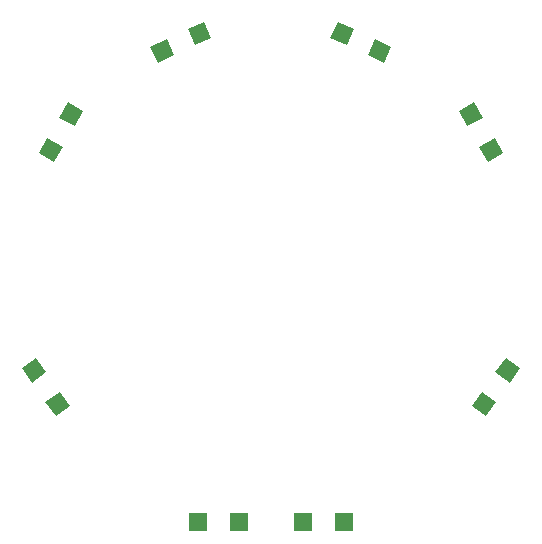
<source format=gbr>
G04 EAGLE Gerber RS-274X export*
G75*
%MOMM*%
%FSLAX34Y34*%
%LPD*%
%INSolderpaste Top*%
%IPPOS*%
%AMOC8*
5,1,8,0,0,1.08239X$1,22.5*%
G01*
%ADD10R,1.500000X1.500000*%
%ADD11R,1.500000X1.500000*%


D10*
G36*
X-190907Y-101394D02*
X-178621Y-92790D01*
X-170017Y-105076D01*
X-182303Y-113680D01*
X-190907Y-101394D01*
G37*
G36*
X-210983Y-72724D02*
X-198697Y-64120D01*
X-190093Y-76406D01*
X-202379Y-85010D01*
X-210983Y-72724D01*
G37*
D11*
X-26950Y-203200D03*
X-61950Y-203200D03*
X61950Y-203200D03*
X26950Y-203200D03*
D10*
G36*
X202379Y-85010D02*
X190093Y-76406D01*
X198697Y-64120D01*
X210983Y-72724D01*
X202379Y-85010D01*
G37*
G36*
X182303Y-113680D02*
X170017Y-105076D01*
X178621Y-92790D01*
X190907Y-101394D01*
X182303Y-113680D01*
G37*
G36*
X179295Y139410D02*
X166305Y131910D01*
X158805Y144900D01*
X171795Y152400D01*
X179295Y139410D01*
G37*
G36*
X196795Y109100D02*
X183805Y101600D01*
X176305Y114590D01*
X189295Y122090D01*
X196795Y109100D01*
G37*
G36*
X70306Y214223D02*
X63967Y200630D01*
X50374Y206969D01*
X56713Y220562D01*
X70306Y214223D01*
G37*
G36*
X102026Y199431D02*
X95687Y185838D01*
X82094Y192177D01*
X88433Y205770D01*
X102026Y199431D01*
G37*
G36*
X-88433Y205770D02*
X-82094Y192177D01*
X-95687Y185838D01*
X-102026Y199431D01*
X-88433Y205770D01*
G37*
G36*
X-56713Y220562D02*
X-50374Y206969D01*
X-63967Y200630D01*
X-70306Y214223D01*
X-56713Y220562D01*
G37*
G36*
X-189295Y122090D02*
X-176305Y114590D01*
X-183805Y101600D01*
X-196795Y109100D01*
X-189295Y122090D01*
G37*
G36*
X-171795Y152400D02*
X-158805Y144900D01*
X-166305Y131910D01*
X-179295Y139410D01*
X-171795Y152400D01*
G37*
M02*

</source>
